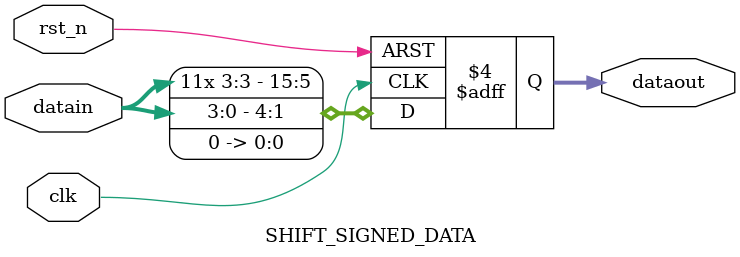
<source format=v>
module SHIFT_SIGNED_DATA
#
(
parameter DATA_IN_WIDTH = 4,
parameter DATA_OUT_WIDTH = 16
)
(
input clk,
input rst_n,
input signed [DATA_IN_WIDTH-1:0] datain,
output reg signed[DATA_OUT_WIDTH-1:0] dataout
);

always @(posedge clk or negedge rst_n)
begin
    if (rst_n == 1'b0)
        dataout <= {{DATA_OUT_WIDTH}{1'b0}};
    else
	dataout <= (datain << 1);
end

endmodule

</source>
